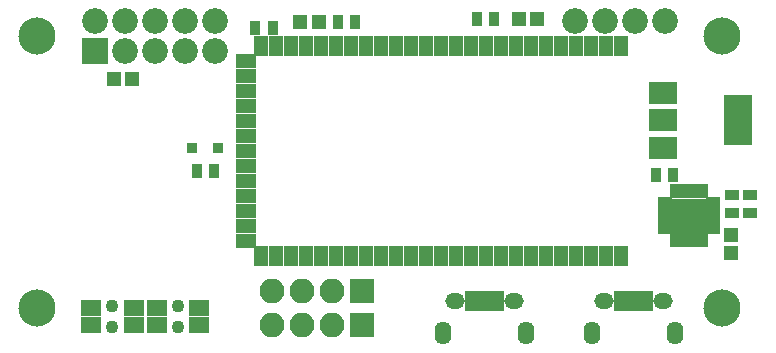
<source format=gbr>
G04 #@! TF.FileFunction,Soldermask,Top*
%FSLAX46Y46*%
G04 Gerber Fmt 4.6, Leading zero omitted, Abs format (unit mm)*
G04 Created by KiCad (PCBNEW 4.0.7) date 12/12/18 10:49:55*
%MOMM*%
%LPD*%
G01*
G04 APERTURE LIST*
%ADD10C,0.100000*%
%ADD11R,2.400000X4.200000*%
%ADD12R,2.400000X1.900000*%
%ADD13R,0.900000X1.300000*%
%ADD14R,1.300000X0.900000*%
%ADD15R,0.900000X0.900000*%
%ADD16R,1.800000X1.450000*%
%ADD17C,1.100000*%
%ADD18R,0.679400X1.300000*%
%ADD19R,1.300000X0.679400*%
%ADD20R,3.000000X3.000000*%
%ADD21R,1.200000X1.200000*%
%ADD22R,1.200000X1.150000*%
%ADD23R,1.150000X1.200000*%
%ADD24R,2.100000X2.100000*%
%ADD25O,2.100000X2.100000*%
%ADD26R,0.800000X1.750000*%
%ADD27O,1.650000X1.350000*%
%ADD28O,1.400000X1.950000*%
%ADD29R,1.200000X1.700000*%
%ADD30R,1.700000X1.200000*%
%ADD31R,2.178000X2.178000*%
%ADD32C,2.178000*%
%ADD33C,3.148280*%
G04 APERTURE END LIST*
D10*
D11*
X211328400Y-85648800D03*
D12*
X205028400Y-85648800D03*
X205028400Y-87948800D03*
X205028400Y-83348800D03*
D13*
X205880400Y-90297000D03*
X204380400Y-90297000D03*
D14*
X212369400Y-91960000D03*
X212369400Y-93460000D03*
D15*
X167292200Y-88011000D03*
X165092200Y-88011000D03*
D14*
X210845400Y-93460000D03*
X210845400Y-91960000D03*
D13*
X167018400Y-89890600D03*
X165518400Y-89890600D03*
D16*
X160175600Y-101515000D03*
X156575600Y-101515000D03*
X160175600Y-102955000D03*
X156575600Y-102955000D03*
D17*
X158375600Y-101335000D03*
X158375600Y-103135000D03*
D16*
X165712800Y-101515000D03*
X162112800Y-101515000D03*
X165712800Y-102955000D03*
X162112800Y-102955000D03*
D17*
X163912800Y-101335000D03*
X163912800Y-103135000D03*
D18*
X206937800Y-91650600D03*
X206437800Y-91650600D03*
X207937800Y-95750600D03*
X205937800Y-95750600D03*
X206437800Y-95750600D03*
X206937800Y-95750600D03*
X207437800Y-95750600D03*
X208437800Y-95750600D03*
D19*
X209237800Y-94950600D03*
X209237800Y-94450600D03*
X209237800Y-93950600D03*
X209237800Y-93450600D03*
X209237800Y-92950600D03*
X209237800Y-92450600D03*
D18*
X208437800Y-91650600D03*
X207937800Y-91650600D03*
X207437800Y-91650600D03*
D20*
X207187800Y-93700600D03*
D19*
X205137800Y-94950600D03*
X205137800Y-94450600D03*
X205137800Y-93950600D03*
X205137800Y-93450600D03*
X205137800Y-92950600D03*
X205137800Y-92450600D03*
D18*
X205937800Y-91650600D03*
D21*
X175894900Y-77343000D03*
X174294900Y-77343000D03*
D13*
X177456400Y-77343000D03*
X178956400Y-77343000D03*
D22*
X194323400Y-77089000D03*
X192823400Y-77089000D03*
D23*
X210718400Y-96889000D03*
X210718400Y-95389000D03*
D22*
X160033400Y-82169000D03*
X158533400Y-82169000D03*
D24*
X179527200Y-100101400D03*
D25*
X176987200Y-100101400D03*
X174447200Y-100101400D03*
X171907200Y-100101400D03*
D26*
X188588400Y-100951500D03*
X189238400Y-100951500D03*
X189888400Y-100951500D03*
X190538400Y-100951500D03*
X191188400Y-100951500D03*
D27*
X187388400Y-100951500D03*
X192388400Y-100951500D03*
D28*
X186388400Y-103651500D03*
X193388400Y-103651500D03*
D26*
X201188400Y-100951500D03*
X201838400Y-100951500D03*
X202488400Y-100951500D03*
X203138400Y-100951500D03*
X203788400Y-100951500D03*
D27*
X199988400Y-100951500D03*
X204988400Y-100951500D03*
D28*
X198988400Y-103651500D03*
X205988400Y-103651500D03*
D29*
X170942000Y-97155000D03*
X172212000Y-97155000D03*
X173482000Y-97155000D03*
X174752000Y-97155000D03*
X176022000Y-97155000D03*
X177292000Y-97155000D03*
X178562000Y-97155000D03*
X179832000Y-97155000D03*
X181102000Y-97155000D03*
X182372000Y-97155000D03*
X183642000Y-97155000D03*
X184912000Y-97155000D03*
X186182000Y-97155000D03*
X187452000Y-97155000D03*
X188722000Y-97155000D03*
X189992000Y-97155000D03*
X191262000Y-97155000D03*
X192532000Y-97155000D03*
X193802000Y-97155000D03*
X195072000Y-97155000D03*
X196342000Y-97155000D03*
X197612000Y-97155000D03*
X198882000Y-97155000D03*
X200152000Y-97155000D03*
X201422000Y-97155000D03*
X201422000Y-79375000D03*
X200152000Y-79375000D03*
X198882000Y-79375000D03*
X197612000Y-79375000D03*
X196342000Y-79375000D03*
X195072000Y-79375000D03*
X193802000Y-79375000D03*
X192532000Y-79375000D03*
X191262000Y-79375000D03*
X189992000Y-79375000D03*
X188722000Y-79375000D03*
X187452000Y-79375000D03*
X186182000Y-79375000D03*
X184912000Y-79375000D03*
X183642000Y-79375000D03*
X182372000Y-79375000D03*
X181102000Y-79375000D03*
X179832000Y-79375000D03*
X178562000Y-79375000D03*
X177292000Y-79375000D03*
X176022000Y-79375000D03*
X174752000Y-79375000D03*
X173482000Y-79375000D03*
X172212000Y-79375000D03*
X170942000Y-79375000D03*
D30*
X169672000Y-80645000D03*
X169672000Y-81915000D03*
X169672000Y-83185000D03*
X169672000Y-84455000D03*
X169672000Y-85725000D03*
X169672000Y-86995000D03*
X169672000Y-88265000D03*
X169672000Y-89535000D03*
X169672000Y-90805000D03*
X169672000Y-92075000D03*
X169672000Y-93345000D03*
X169672000Y-94615000D03*
X169672000Y-95885000D03*
D24*
X179527200Y-102997000D03*
D25*
X176987200Y-102997000D03*
X174447200Y-102997000D03*
X171907200Y-102997000D03*
D13*
X189216400Y-77089000D03*
X190716400Y-77089000D03*
X170471400Y-77851000D03*
X171971400Y-77851000D03*
D31*
X156870400Y-79773780D03*
D32*
X156870400Y-77233780D03*
X159410400Y-79773780D03*
X159410400Y-77233780D03*
X161950400Y-79773780D03*
X161950400Y-77233780D03*
X164490400Y-79773780D03*
X164490400Y-77233780D03*
X167030400Y-79773780D03*
X167030400Y-77233780D03*
X197510400Y-77233780D03*
X200050400Y-77233780D03*
X202590400Y-77233780D03*
X205130400Y-77233780D03*
D33*
X151998680Y-101506020D03*
X151998680Y-78503780D03*
X209999580Y-101506020D03*
X209999580Y-78503780D03*
M02*

</source>
